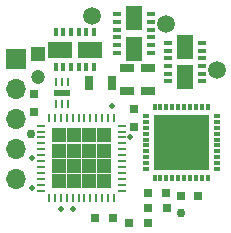
<source format=gts>
G04 #@! TF.FileFunction,Soldermask,Top*
%FSLAX46Y46*%
G04 Gerber Fmt 4.6, Leading zero omitted, Abs format (unit mm)*
G04 Created by KiCad (PCBNEW 4.0.6) date Mon Feb  5 06:37:18 2018*
%MOMM*%
%LPD*%
G01*
G04 APERTURE LIST*
%ADD10C,0.100000*%
%ADD11C,0.500000*%
%ADD12R,1.700000X1.700000*%
%ADD13O,1.700000X1.700000*%
%ADD14R,0.750000X0.800000*%
%ADD15R,0.800000X0.750000*%
%ADD16R,0.800000X0.800000*%
%ADD17R,0.250000X0.700000*%
%ADD18R,0.710000X0.610000*%
%ADD19R,0.300000X0.500000*%
%ADD20R,0.500000X0.300000*%
%ADD21R,1.150000X1.150000*%
%ADD22R,0.700000X0.250000*%
%ADD23R,1.287500X1.287500*%
%ADD24R,1.200000X1.200000*%
%ADD25C,1.200000*%
%ADD26C,1.500000*%
%ADD27C,0.750000*%
%ADD28R,1.440000X2.135000*%
%ADD29R,0.790000X0.420000*%
%ADD30R,2.135000X1.440000*%
%ADD31R,0.420000X0.790000*%
%ADD32R,1.300000X0.700000*%
%ADD33R,0.700000X1.300000*%
G04 APERTURE END LIST*
D10*
D11*
X152400000Y-93345000D03*
D12*
X151000000Y-84920000D03*
D13*
X151000000Y-87460000D03*
X151000000Y-90000000D03*
X151000000Y-92540000D03*
X151000000Y-95080000D03*
D14*
X161036000Y-90678000D03*
X161036000Y-89178000D03*
D15*
X164985000Y-96520000D03*
X166485000Y-96520000D03*
X162203000Y-96266000D03*
X163703000Y-96266000D03*
D14*
X152527000Y-89396000D03*
X152527000Y-87896000D03*
D15*
X159246000Y-98425000D03*
X157746000Y-98425000D03*
D16*
X162230000Y-97536000D03*
X163830000Y-97536000D03*
X162179000Y-98806000D03*
X160579000Y-98806000D03*
D17*
X154440000Y-88718000D03*
X154940000Y-88718000D03*
X155440000Y-88718000D03*
X155440000Y-86868000D03*
X154940000Y-86868000D03*
X154440000Y-86868000D03*
D18*
X155295000Y-87793000D03*
X154585000Y-87793000D03*
D19*
X162771000Y-95015000D03*
X163271000Y-95015000D03*
X163771000Y-95015000D03*
X164271000Y-95015000D03*
X164771000Y-95015000D03*
X165271000Y-95015000D03*
X165771000Y-95015000D03*
X166271000Y-95015000D03*
X166771000Y-95015000D03*
X167271000Y-95015000D03*
D20*
X168021000Y-94265000D03*
X168021000Y-93765000D03*
X168021000Y-93265000D03*
X168021000Y-92765000D03*
X168021000Y-92265000D03*
X168021000Y-91765000D03*
X168021000Y-91265000D03*
X168021000Y-90765000D03*
X168021000Y-90265000D03*
X168021000Y-89765000D03*
D19*
X167271000Y-89015000D03*
X166771000Y-89015000D03*
X166271000Y-89015000D03*
X165771000Y-89015000D03*
X165271000Y-89015000D03*
X164771000Y-89015000D03*
X164271000Y-89015000D03*
X163771000Y-89015000D03*
X163271000Y-89015000D03*
X162771000Y-89015000D03*
D20*
X162021000Y-89765000D03*
X162021000Y-90265000D03*
X162021000Y-90765000D03*
X162021000Y-91265000D03*
X162021000Y-91765000D03*
X162021000Y-92265000D03*
X162021000Y-92765000D03*
X162021000Y-93265000D03*
X162021000Y-93765000D03*
X162021000Y-94265000D03*
D21*
X166746000Y-90290000D03*
X165596000Y-90290000D03*
X164446000Y-90290000D03*
X163296000Y-90290000D03*
X166746000Y-91440000D03*
X165596000Y-91440000D03*
X164446000Y-91440000D03*
X163296000Y-91440000D03*
X166746000Y-92590000D03*
X165596000Y-92590000D03*
X164446000Y-92590000D03*
X163296000Y-92590000D03*
X166746000Y-93740000D03*
X165596000Y-93740000D03*
X164446000Y-93740000D03*
X163296000Y-93740000D03*
D22*
X153182250Y-90586250D03*
X153182250Y-91086250D03*
X153182250Y-91586250D03*
X153182250Y-92086250D03*
X153182250Y-92586250D03*
X153182250Y-93086250D03*
X153182250Y-93586250D03*
X153182250Y-94086250D03*
X153182250Y-94586250D03*
X153182250Y-95086250D03*
X153182250Y-95586250D03*
X153182250Y-96086250D03*
D17*
X153832250Y-96736250D03*
X154332250Y-96736250D03*
X154832250Y-96736250D03*
X155332250Y-96736250D03*
X155832250Y-96736250D03*
X156332250Y-96736250D03*
X156832250Y-96736250D03*
X157332250Y-96736250D03*
X157832250Y-96736250D03*
X158332250Y-96736250D03*
X158832250Y-96736250D03*
X159332250Y-96736250D03*
D22*
X159982250Y-96086250D03*
X159982250Y-95586250D03*
X159982250Y-95086250D03*
X159982250Y-94586250D03*
X159982250Y-94086250D03*
X159982250Y-93586250D03*
X159982250Y-93086250D03*
X159982250Y-92586250D03*
X159982250Y-92086250D03*
X159982250Y-91586250D03*
X159982250Y-91086250D03*
X159982250Y-90586250D03*
D17*
X159332250Y-89936250D03*
X158832250Y-89936250D03*
X158332250Y-89936250D03*
X157832250Y-89936250D03*
X157332250Y-89936250D03*
X156832250Y-89936250D03*
X156332250Y-89936250D03*
X155832250Y-89936250D03*
X155332250Y-89936250D03*
X154832250Y-89936250D03*
X154332250Y-89936250D03*
X153832250Y-89936250D03*
D23*
X158513500Y-95267500D03*
X158513500Y-93980000D03*
X158513500Y-92692500D03*
X158513500Y-91405000D03*
X157226000Y-95267500D03*
X157226000Y-93980000D03*
X157226000Y-92692500D03*
X157226000Y-91405000D03*
X155938500Y-95267500D03*
X155938500Y-93980000D03*
X155938500Y-92692500D03*
X155938500Y-91405000D03*
X154651000Y-95267500D03*
X154651000Y-93980000D03*
X154651000Y-92692500D03*
X154651000Y-91405000D03*
D24*
X152908000Y-84500000D03*
D25*
X152908000Y-86500000D03*
D26*
X168021000Y-85852000D03*
X163750000Y-82000000D03*
X157480000Y-81280000D03*
D27*
X165000000Y-98000000D03*
D11*
X159131000Y-88900000D03*
X160655000Y-91567000D03*
X152400000Y-95885000D03*
X155829000Y-97663000D03*
X154813000Y-97663000D03*
D27*
X152273000Y-91254001D03*
D28*
X165354000Y-86499500D03*
X165354000Y-83934500D03*
D29*
X166809000Y-85542000D03*
X166809000Y-84892000D03*
X166809000Y-86192000D03*
X163899000Y-86842000D03*
X166809000Y-86842000D03*
X163899000Y-86192000D03*
X163899000Y-85542000D03*
X163899000Y-84892000D03*
X166809000Y-84242000D03*
X163899000Y-83592000D03*
X163899000Y-84242000D03*
X166809000Y-83592000D03*
D28*
X161036000Y-84074000D03*
X161036000Y-81509000D03*
D29*
X162491000Y-83116500D03*
X162491000Y-82466500D03*
X162491000Y-83766500D03*
X159581000Y-84416500D03*
X162491000Y-84416500D03*
X159581000Y-83766500D03*
X159581000Y-83116500D03*
X159581000Y-82466500D03*
X162491000Y-81816500D03*
X159581000Y-81166500D03*
X159581000Y-81816500D03*
X162491000Y-81166500D03*
D30*
X157294500Y-84143000D03*
X154729500Y-84143000D03*
D31*
X156337000Y-82688000D03*
X155687000Y-82688000D03*
X156987000Y-82688000D03*
X157637000Y-85598000D03*
X157637000Y-82688000D03*
X156987000Y-85598000D03*
X156337000Y-85598000D03*
X155687000Y-85598000D03*
X155037000Y-82688000D03*
X154387000Y-85598000D03*
X155037000Y-85598000D03*
X154387000Y-82688000D03*
D32*
X160401000Y-85730000D03*
X160401000Y-87630000D03*
X162179000Y-85730000D03*
X162179000Y-87630000D03*
D33*
X159126000Y-87000000D03*
X157226000Y-87000000D03*
M02*

</source>
